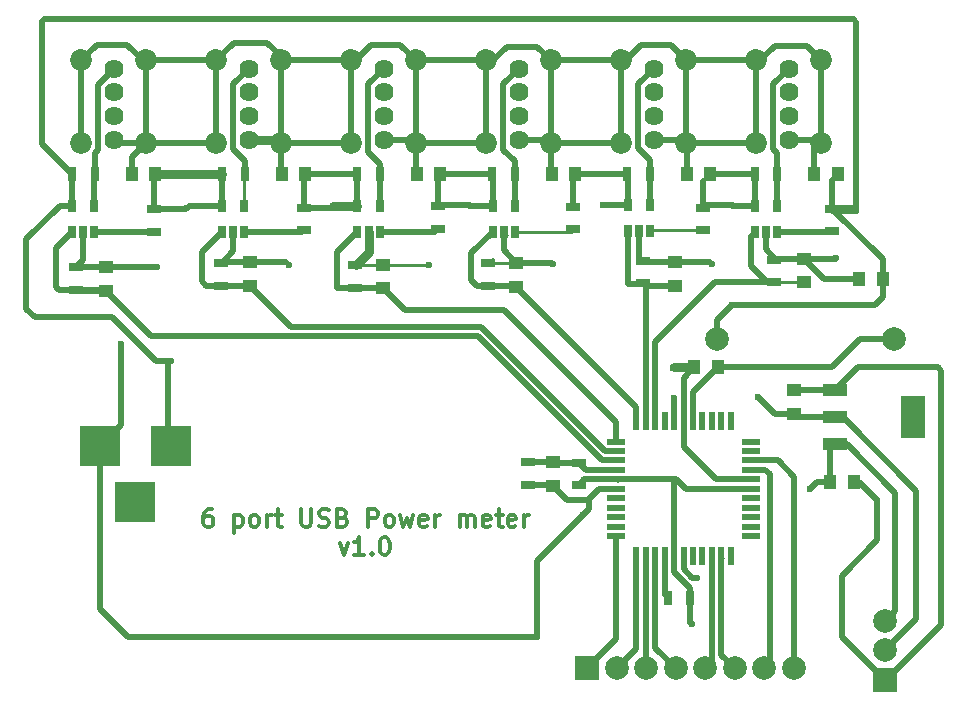
<source format=gbr>
%TF.GenerationSoftware,KiCad,Pcbnew,4.0.1-stable*%
%TF.CreationDate,2016-04-25T17:13:01+03:00*%
%TF.ProjectId,6xUSB_PowMet,36785553425F506F774D65742E6B6963,rev?*%
%TF.FileFunction,Copper,L1,Top,Signal*%
%FSLAX46Y46*%
G04 Gerber Fmt 4.6, Leading zero omitted, Abs format (unit mm)*
G04 Created by KiCad (PCBNEW 4.0.1-stable) date 25.04.2016 17:13:01*
%MOMM*%
G01*
G04 APERTURE LIST*
%ADD10C,0.100000*%
%ADD11C,0.300000*%
%ADD12C,1.620000*%
%ADD13C,1.850000*%
%ADD14R,1.000000X1.250000*%
%ADD15R,1.250000X1.000000*%
%ADD16R,0.550000X1.500000*%
%ADD17R,1.500000X0.550000*%
%ADD18C,1.998980*%
%ADD19R,1.300000X0.700000*%
%ADD20R,0.700000X1.300000*%
%ADD21R,2.032000X3.657600*%
%ADD22R,2.032000X1.016000*%
%ADD23R,0.650000X1.060000*%
%ADD24R,2.000000X2.000000*%
%ADD25C,2.000000*%
%ADD26R,3.500120X3.500120*%
%ADD27C,0.600000*%
%ADD28C,0.500000*%
%ADD29C,0.250000*%
%ADD30C,0.750000*%
G04 APERTURE END LIST*
D10*
D11*
X118875001Y-113253571D02*
X118589287Y-113253571D01*
X118446430Y-113325000D01*
X118375001Y-113396429D01*
X118232144Y-113610714D01*
X118160715Y-113896429D01*
X118160715Y-114467857D01*
X118232144Y-114610714D01*
X118303572Y-114682143D01*
X118446430Y-114753571D01*
X118732144Y-114753571D01*
X118875001Y-114682143D01*
X118946430Y-114610714D01*
X119017858Y-114467857D01*
X119017858Y-114110714D01*
X118946430Y-113967857D01*
X118875001Y-113896429D01*
X118732144Y-113825000D01*
X118446430Y-113825000D01*
X118303572Y-113896429D01*
X118232144Y-113967857D01*
X118160715Y-114110714D01*
X120803572Y-113753571D02*
X120803572Y-115253571D01*
X120803572Y-113825000D02*
X120946429Y-113753571D01*
X121232143Y-113753571D01*
X121375000Y-113825000D01*
X121446429Y-113896429D01*
X121517858Y-114039286D01*
X121517858Y-114467857D01*
X121446429Y-114610714D01*
X121375000Y-114682143D01*
X121232143Y-114753571D01*
X120946429Y-114753571D01*
X120803572Y-114682143D01*
X122375001Y-114753571D02*
X122232143Y-114682143D01*
X122160715Y-114610714D01*
X122089286Y-114467857D01*
X122089286Y-114039286D01*
X122160715Y-113896429D01*
X122232143Y-113825000D01*
X122375001Y-113753571D01*
X122589286Y-113753571D01*
X122732143Y-113825000D01*
X122803572Y-113896429D01*
X122875001Y-114039286D01*
X122875001Y-114467857D01*
X122803572Y-114610714D01*
X122732143Y-114682143D01*
X122589286Y-114753571D01*
X122375001Y-114753571D01*
X123517858Y-114753571D02*
X123517858Y-113753571D01*
X123517858Y-114039286D02*
X123589286Y-113896429D01*
X123660715Y-113825000D01*
X123803572Y-113753571D01*
X123946429Y-113753571D01*
X124232143Y-113753571D02*
X124803572Y-113753571D01*
X124446429Y-113253571D02*
X124446429Y-114539286D01*
X124517857Y-114682143D01*
X124660715Y-114753571D01*
X124803572Y-114753571D01*
X126446429Y-113253571D02*
X126446429Y-114467857D01*
X126517857Y-114610714D01*
X126589286Y-114682143D01*
X126732143Y-114753571D01*
X127017857Y-114753571D01*
X127160715Y-114682143D01*
X127232143Y-114610714D01*
X127303572Y-114467857D01*
X127303572Y-113253571D01*
X127946429Y-114682143D02*
X128160715Y-114753571D01*
X128517858Y-114753571D01*
X128660715Y-114682143D01*
X128732144Y-114610714D01*
X128803572Y-114467857D01*
X128803572Y-114325000D01*
X128732144Y-114182143D01*
X128660715Y-114110714D01*
X128517858Y-114039286D01*
X128232144Y-113967857D01*
X128089286Y-113896429D01*
X128017858Y-113825000D01*
X127946429Y-113682143D01*
X127946429Y-113539286D01*
X128017858Y-113396429D01*
X128089286Y-113325000D01*
X128232144Y-113253571D01*
X128589286Y-113253571D01*
X128803572Y-113325000D01*
X129946429Y-113967857D02*
X130160715Y-114039286D01*
X130232143Y-114110714D01*
X130303572Y-114253571D01*
X130303572Y-114467857D01*
X130232143Y-114610714D01*
X130160715Y-114682143D01*
X130017857Y-114753571D01*
X129446429Y-114753571D01*
X129446429Y-113253571D01*
X129946429Y-113253571D01*
X130089286Y-113325000D01*
X130160715Y-113396429D01*
X130232143Y-113539286D01*
X130232143Y-113682143D01*
X130160715Y-113825000D01*
X130089286Y-113896429D01*
X129946429Y-113967857D01*
X129446429Y-113967857D01*
X132089286Y-114753571D02*
X132089286Y-113253571D01*
X132660714Y-113253571D01*
X132803572Y-113325000D01*
X132875000Y-113396429D01*
X132946429Y-113539286D01*
X132946429Y-113753571D01*
X132875000Y-113896429D01*
X132803572Y-113967857D01*
X132660714Y-114039286D01*
X132089286Y-114039286D01*
X133803572Y-114753571D02*
X133660714Y-114682143D01*
X133589286Y-114610714D01*
X133517857Y-114467857D01*
X133517857Y-114039286D01*
X133589286Y-113896429D01*
X133660714Y-113825000D01*
X133803572Y-113753571D01*
X134017857Y-113753571D01*
X134160714Y-113825000D01*
X134232143Y-113896429D01*
X134303572Y-114039286D01*
X134303572Y-114467857D01*
X134232143Y-114610714D01*
X134160714Y-114682143D01*
X134017857Y-114753571D01*
X133803572Y-114753571D01*
X134803572Y-113753571D02*
X135089286Y-114753571D01*
X135375000Y-114039286D01*
X135660715Y-114753571D01*
X135946429Y-113753571D01*
X137089286Y-114682143D02*
X136946429Y-114753571D01*
X136660715Y-114753571D01*
X136517858Y-114682143D01*
X136446429Y-114539286D01*
X136446429Y-113967857D01*
X136517858Y-113825000D01*
X136660715Y-113753571D01*
X136946429Y-113753571D01*
X137089286Y-113825000D01*
X137160715Y-113967857D01*
X137160715Y-114110714D01*
X136446429Y-114253571D01*
X137803572Y-114753571D02*
X137803572Y-113753571D01*
X137803572Y-114039286D02*
X137875000Y-113896429D01*
X137946429Y-113825000D01*
X138089286Y-113753571D01*
X138232143Y-113753571D01*
X139875000Y-114753571D02*
X139875000Y-113753571D01*
X139875000Y-113896429D02*
X139946428Y-113825000D01*
X140089286Y-113753571D01*
X140303571Y-113753571D01*
X140446428Y-113825000D01*
X140517857Y-113967857D01*
X140517857Y-114753571D01*
X140517857Y-113967857D02*
X140589286Y-113825000D01*
X140732143Y-113753571D01*
X140946428Y-113753571D01*
X141089286Y-113825000D01*
X141160714Y-113967857D01*
X141160714Y-114753571D01*
X142446428Y-114682143D02*
X142303571Y-114753571D01*
X142017857Y-114753571D01*
X141875000Y-114682143D01*
X141803571Y-114539286D01*
X141803571Y-113967857D01*
X141875000Y-113825000D01*
X142017857Y-113753571D01*
X142303571Y-113753571D01*
X142446428Y-113825000D01*
X142517857Y-113967857D01*
X142517857Y-114110714D01*
X141803571Y-114253571D01*
X142946428Y-113753571D02*
X143517857Y-113753571D01*
X143160714Y-113253571D02*
X143160714Y-114539286D01*
X143232142Y-114682143D01*
X143375000Y-114753571D01*
X143517857Y-114753571D01*
X144589285Y-114682143D02*
X144446428Y-114753571D01*
X144160714Y-114753571D01*
X144017857Y-114682143D01*
X143946428Y-114539286D01*
X143946428Y-113967857D01*
X144017857Y-113825000D01*
X144160714Y-113753571D01*
X144446428Y-113753571D01*
X144589285Y-113825000D01*
X144660714Y-113967857D01*
X144660714Y-114110714D01*
X143946428Y-114253571D01*
X145303571Y-114753571D02*
X145303571Y-113753571D01*
X145303571Y-114039286D02*
X145374999Y-113896429D01*
X145446428Y-113825000D01*
X145589285Y-113753571D01*
X145732142Y-113753571D01*
X129732144Y-116153571D02*
X130089287Y-117153571D01*
X130446429Y-116153571D01*
X131803572Y-117153571D02*
X130946429Y-117153571D01*
X131375001Y-117153571D02*
X131375001Y-115653571D01*
X131232144Y-115867857D01*
X131089286Y-116010714D01*
X130946429Y-116082143D01*
X132446429Y-117010714D02*
X132517857Y-117082143D01*
X132446429Y-117153571D01*
X132375000Y-117082143D01*
X132446429Y-117010714D01*
X132446429Y-117153571D01*
X133446429Y-115653571D02*
X133589286Y-115653571D01*
X133732143Y-115725000D01*
X133803572Y-115796429D01*
X133875001Y-115939286D01*
X133946429Y-116225000D01*
X133946429Y-116582143D01*
X133875001Y-116867857D01*
X133803572Y-117010714D01*
X133732143Y-117082143D01*
X133589286Y-117153571D01*
X133446429Y-117153571D01*
X133303572Y-117082143D01*
X133232143Y-117010714D01*
X133160715Y-116867857D01*
X133089286Y-116582143D01*
X133089286Y-116225000D01*
X133160715Y-115939286D01*
X133232143Y-115796429D01*
X133303572Y-115725000D01*
X133446429Y-115653571D01*
D12*
X110560000Y-75975000D03*
X110560000Y-77975000D03*
X110560000Y-79975000D03*
D13*
X113280000Y-75245000D03*
D12*
X110560000Y-81975000D03*
D13*
X113280000Y-82245000D03*
X107840000Y-75245000D03*
X107840000Y-82245000D03*
D12*
X133420000Y-75975000D03*
X133420000Y-77975000D03*
X133420000Y-79975000D03*
D13*
X136140000Y-75245000D03*
D12*
X133420000Y-81975000D03*
D13*
X136140000Y-82245000D03*
X130700000Y-75245000D03*
X130700000Y-82245000D03*
D14*
X112100000Y-84865000D03*
X114100000Y-84865000D03*
D15*
X133400000Y-92550000D03*
X133400000Y-94550000D03*
X158075000Y-92325000D03*
X158075000Y-94325000D03*
X109950000Y-92775000D03*
X109950000Y-94775000D03*
D14*
X171225000Y-110925000D03*
X173225000Y-110925000D03*
D15*
X168200000Y-105175000D03*
X168200000Y-103175000D03*
X147775000Y-111300000D03*
X147775000Y-109300000D03*
D14*
X173695000Y-93755000D03*
X175695000Y-93755000D03*
X159750000Y-101200000D03*
X161750000Y-101200000D03*
X136230000Y-84865000D03*
X138230000Y-84865000D03*
X159090000Y-84865000D03*
X161090000Y-84865000D03*
D15*
X122100000Y-92325000D03*
X122100000Y-94325000D03*
X169050000Y-92050000D03*
X169050000Y-94050000D03*
X144675000Y-92425000D03*
X144675000Y-94425000D03*
D14*
X124800000Y-84865000D03*
X126800000Y-84865000D03*
X169885000Y-84865000D03*
X171885000Y-84865000D03*
X147660000Y-84865000D03*
X149660000Y-84865000D03*
D16*
X154820000Y-117235000D03*
X155620000Y-117235000D03*
X156420000Y-117235000D03*
X157220000Y-117235000D03*
X158020000Y-117235000D03*
X158820000Y-117235000D03*
X159620000Y-117235000D03*
X160420000Y-117235000D03*
X161220000Y-117235000D03*
X162020000Y-117235000D03*
X162820000Y-117235000D03*
D17*
X164520000Y-115535000D03*
X164520000Y-114735000D03*
X164520000Y-113935000D03*
X164520000Y-113135000D03*
X164520000Y-112335000D03*
X164520000Y-111535000D03*
X164520000Y-110735000D03*
X164520000Y-109935000D03*
X164520000Y-109135000D03*
X164520000Y-108335000D03*
X164520000Y-107535000D03*
D16*
X162820000Y-105835000D03*
X162020000Y-105835000D03*
X161220000Y-105835000D03*
X160420000Y-105835000D03*
X159620000Y-105835000D03*
X158820000Y-105835000D03*
X158020000Y-105835000D03*
X157220000Y-105835000D03*
X156420000Y-105835000D03*
X155620000Y-105835000D03*
X154820000Y-105835000D03*
D17*
X153120000Y-107535000D03*
X153120000Y-108335000D03*
X153120000Y-109135000D03*
X153120000Y-109935000D03*
X153120000Y-110735000D03*
X153120000Y-111535000D03*
X153120000Y-112335000D03*
X153120000Y-113135000D03*
X153120000Y-113935000D03*
X153120000Y-114735000D03*
X153120000Y-115535000D03*
D18*
X161650000Y-98825000D03*
X176650000Y-98825000D03*
D19*
X113950000Y-87875000D03*
X113950000Y-89775000D03*
D20*
X107070000Y-84865000D03*
X108970000Y-84865000D03*
D19*
X107375000Y-92800000D03*
X107375000Y-94700000D03*
X145625000Y-111200000D03*
X145625000Y-109300000D03*
X149930000Y-111215000D03*
X149930000Y-109315000D03*
D20*
X159375000Y-120750000D03*
X157475000Y-120750000D03*
D19*
X131000000Y-92625000D03*
X131000000Y-94525000D03*
X155350000Y-92250000D03*
X155350000Y-94150000D03*
X138050000Y-87625000D03*
X138050000Y-89525000D03*
X160500000Y-87725000D03*
X160500000Y-89625000D03*
D20*
X131200000Y-84865000D03*
X133100000Y-84865000D03*
X154060000Y-84865000D03*
X155960000Y-84865000D03*
D19*
X119700000Y-92425000D03*
X119700000Y-94325000D03*
X166500000Y-92150000D03*
X166500000Y-94050000D03*
X142250000Y-92425000D03*
X142250000Y-94325000D03*
X126650000Y-87725000D03*
X126650000Y-89625000D03*
X171400000Y-87825000D03*
X171400000Y-89725000D03*
D20*
X119770000Y-84865000D03*
X121670000Y-84865000D03*
D19*
X149500000Y-87675000D03*
X149500000Y-89575000D03*
D20*
X164855000Y-84865000D03*
X166755000Y-84865000D03*
X142630000Y-84865000D03*
X144530000Y-84865000D03*
D21*
X178227000Y-105475000D03*
D22*
X171623000Y-105475000D03*
X171623000Y-107761000D03*
X171623000Y-103189000D03*
D23*
X107050000Y-89775000D03*
X108000000Y-89775000D03*
X108950000Y-89775000D03*
X108950000Y-87575000D03*
X107050000Y-87575000D03*
X119750000Y-89775000D03*
X120700000Y-89775000D03*
X121650000Y-89775000D03*
X121650000Y-87575000D03*
X119750000Y-87575000D03*
X131200000Y-89775000D03*
X132150000Y-89775000D03*
X133100000Y-89775000D03*
X133100000Y-87575000D03*
X131200000Y-87575000D03*
X142650000Y-89775000D03*
X143600000Y-89775000D03*
X144550000Y-89775000D03*
X144550000Y-87575000D03*
X142650000Y-87575000D03*
X154100000Y-89675000D03*
X155050000Y-89675000D03*
X156000000Y-89675000D03*
X156000000Y-87475000D03*
X154100000Y-87475000D03*
X164850000Y-89775000D03*
X165800000Y-89775000D03*
X166750000Y-89775000D03*
X166750000Y-87575000D03*
X164850000Y-87575000D03*
D12*
X156280000Y-75975000D03*
X156280000Y-77975000D03*
X156280000Y-79975000D03*
D13*
X159000000Y-75245000D03*
D12*
X156280000Y-81975000D03*
D13*
X159000000Y-82245000D03*
X153560000Y-75245000D03*
X153560000Y-82245000D03*
D12*
X121990000Y-75975000D03*
X121990000Y-77975000D03*
X121990000Y-79975000D03*
D13*
X124710000Y-75245000D03*
D12*
X121990000Y-81975000D03*
D13*
X124710000Y-82245000D03*
X119270000Y-75245000D03*
X119270000Y-82245000D03*
D12*
X167710000Y-75975000D03*
X167710000Y-77975000D03*
X167710000Y-79975000D03*
D13*
X170430000Y-75245000D03*
D12*
X167710000Y-81975000D03*
D13*
X170430000Y-82245000D03*
X164990000Y-75245000D03*
X164990000Y-82245000D03*
D12*
X144850000Y-75975000D03*
X144850000Y-77975000D03*
X144850000Y-79975000D03*
D13*
X147570000Y-75245000D03*
D12*
X144850000Y-81975000D03*
D13*
X147570000Y-82245000D03*
X142130000Y-75245000D03*
X142130000Y-82245000D03*
D24*
X150650000Y-126750000D03*
D25*
X153163000Y-126750000D03*
X155663000Y-126750000D03*
X158163000Y-126750000D03*
X160663000Y-126750000D03*
X163163000Y-126750000D03*
X165663000Y-126750000D03*
X168163000Y-126750000D03*
D24*
X175900000Y-127750000D03*
D25*
X175900000Y-125210000D03*
X175900000Y-122710000D03*
D26*
X115400140Y-107950000D03*
X109400660Y-107950000D03*
X112400400Y-112649000D03*
D27*
X159975000Y-119075000D03*
X146400000Y-124050000D03*
X111175000Y-99275000D03*
X175225000Y-112475000D03*
X171750000Y-92025000D03*
X161250000Y-92475000D03*
X147775000Y-92525000D03*
X137275000Y-92575000D03*
X125425000Y-92625000D03*
X116525000Y-82225000D03*
X114275000Y-92750000D03*
X157900000Y-101300000D03*
X150275000Y-113775000D03*
X159500000Y-123025000D03*
X173450000Y-88025000D03*
X162925000Y-87550000D03*
X152025000Y-87475000D03*
X140625000Y-87500000D03*
X129000000Y-87725000D03*
X115425000Y-100750000D03*
X116800000Y-87750000D03*
X162925000Y-95975000D03*
X169550000Y-111525000D03*
X158050000Y-103825000D03*
X165150000Y-103800000D03*
D28*
X167710000Y-81975000D02*
X170160000Y-81975000D01*
X165330000Y-75245000D02*
X166525000Y-74050000D01*
X169235000Y-74050000D02*
X170430000Y-75245000D01*
X166525000Y-74050000D02*
X169235000Y-74050000D01*
X170430000Y-75245000D02*
X170430000Y-82245000D01*
X170377000Y-82198000D02*
X169869000Y-82706000D01*
X158730000Y-81975000D02*
X156280000Y-81975000D01*
X169885000Y-82250000D02*
X169885000Y-84865000D01*
X158820000Y-118345000D02*
X159550000Y-119075000D01*
X159550000Y-119075000D02*
X159975000Y-119075000D01*
X158820000Y-118345000D02*
X158820000Y-117235000D01*
X164520000Y-110735000D02*
X161560000Y-110735000D01*
X158820000Y-107995000D02*
X158820000Y-105835000D01*
X161560000Y-110735000D02*
X158820000Y-107995000D01*
D29*
X175900000Y-127750000D02*
X175950000Y-127750000D01*
D28*
X175950000Y-127750000D02*
X180650000Y-123050000D01*
X173562000Y-101250000D02*
X171623000Y-103189000D01*
X180325000Y-101250000D02*
X173562000Y-101250000D01*
X180650000Y-101575000D02*
X180325000Y-101250000D01*
X180650000Y-123050000D02*
X180650000Y-101575000D01*
X175225000Y-112475000D02*
X175225000Y-115900000D01*
X172225000Y-124075000D02*
X175900000Y-127750000D01*
X172225000Y-118900000D02*
X172225000Y-124075000D01*
X175225000Y-115900000D02*
X172225000Y-118900000D01*
X146400000Y-124050000D02*
X146400000Y-117650000D01*
X146400000Y-117650000D02*
X150275000Y-113775000D01*
X109400660Y-107950000D02*
X109400660Y-121675660D01*
X111775000Y-124050000D02*
X146400000Y-124050000D01*
X109400660Y-121675660D02*
X111775000Y-124050000D01*
X111175000Y-99275000D02*
X111175000Y-106175660D01*
X111175000Y-106175660D02*
X109375660Y-107975000D01*
X175225000Y-112475000D02*
X173675000Y-110925000D01*
D29*
X173675000Y-110925000D02*
X173225000Y-110925000D01*
D28*
X171725000Y-92050000D02*
X169050000Y-92050000D01*
D29*
X171750000Y-92025000D02*
X171725000Y-92050000D01*
D28*
X161100000Y-92325000D02*
X158075000Y-92325000D01*
D29*
X161250000Y-92475000D02*
X161100000Y-92325000D01*
D28*
X147675000Y-92425000D02*
X144675000Y-92425000D01*
D29*
X147775000Y-92525000D02*
X147675000Y-92425000D01*
X137250000Y-92550000D02*
X133400000Y-92550000D01*
X137275000Y-92575000D02*
X137250000Y-92550000D01*
D28*
X125125000Y-92325000D02*
X122100000Y-92325000D01*
D29*
X125425000Y-92625000D02*
X125125000Y-92325000D01*
X116525000Y-82225000D02*
X116525000Y-82245000D01*
X116525000Y-82245000D02*
X116525000Y-82225000D01*
X116525000Y-82225000D02*
X116525000Y-82245000D01*
D28*
X114250000Y-92775000D02*
X109950000Y-92775000D01*
D29*
X114275000Y-92750000D02*
X114250000Y-92775000D01*
D28*
X159090000Y-84865000D02*
X159090000Y-82335000D01*
D29*
X159090000Y-82335000D02*
X159180000Y-82245000D01*
D28*
X159180000Y-82245000D02*
X164990000Y-82245000D01*
X164990000Y-82245000D02*
X164990000Y-75245000D01*
X164990000Y-75245000D02*
X159000000Y-75245000D01*
X157755000Y-74000000D02*
X159000000Y-75245000D01*
X159000000Y-75245000D02*
X159000000Y-82245000D01*
X147570000Y-82245000D02*
X153560000Y-82245000D01*
X153560000Y-75245000D02*
X147570000Y-75245000D01*
X144850000Y-81975000D02*
X147300000Y-81975000D01*
D29*
X147300000Y-81975000D02*
X147570000Y-82245000D01*
D28*
X146425000Y-74100000D02*
X147570000Y-75245000D01*
X147570000Y-75245000D02*
X147570000Y-84775000D01*
D29*
X147570000Y-84775000D02*
X147660000Y-84865000D01*
D28*
X133420000Y-81975000D02*
X135870000Y-81975000D01*
D29*
X135870000Y-81975000D02*
X136140000Y-82245000D01*
D28*
X136140000Y-82245000D02*
X142130000Y-82245000D01*
X142130000Y-75245000D02*
X136140000Y-75245000D01*
X136140000Y-75245000D02*
X136140000Y-82245000D01*
D29*
X136140000Y-82245000D02*
X135870000Y-81975000D01*
X135870000Y-81975000D02*
X136140000Y-82245000D01*
D28*
X136140000Y-82245000D02*
X136140000Y-84775000D01*
D29*
X136140000Y-84775000D02*
X136230000Y-84865000D01*
X130700000Y-75245000D02*
X131055000Y-75245000D01*
D28*
X131055000Y-75245000D02*
X132375000Y-73925000D01*
X134820000Y-73925000D02*
X136140000Y-75245000D01*
X132375000Y-73925000D02*
X134820000Y-73925000D01*
X124710000Y-82245000D02*
X130700000Y-82245000D01*
X130700000Y-82245000D02*
X130700000Y-75245000D01*
X130700000Y-75245000D02*
X124710000Y-75245000D01*
X124710000Y-82245000D02*
X124710000Y-84775000D01*
D29*
X124710000Y-84775000D02*
X124800000Y-84865000D01*
D28*
X113280000Y-82245000D02*
X116525000Y-82245000D01*
X116525000Y-82245000D02*
X119270000Y-82245000D01*
X119270000Y-82245000D02*
X119270000Y-75245000D01*
X119270000Y-75245000D02*
X113280000Y-75245000D01*
D29*
X113280000Y-75245000D02*
X119270000Y-75245000D01*
D28*
X119270000Y-75245000D02*
X120750000Y-73765000D01*
X120750000Y-73765000D02*
X123585000Y-73765000D01*
X123585000Y-73765000D02*
X124710000Y-74890000D01*
X124710000Y-74890000D02*
X124710000Y-82245000D01*
D29*
X124710000Y-82245000D02*
X124440000Y-81975000D01*
D30*
X124440000Y-81975000D02*
X121990000Y-81975000D01*
D29*
X113280000Y-75245000D02*
X113020000Y-75245000D01*
D28*
X113020000Y-75245000D02*
X111725000Y-73950000D01*
X109135000Y-73950000D02*
X107840000Y-75245000D01*
X111725000Y-73950000D02*
X109135000Y-73950000D01*
X107840000Y-75245000D02*
X107840000Y-82245000D01*
X113280000Y-82245000D02*
X113280000Y-75245000D01*
X112100000Y-84865000D02*
X112100000Y-83425000D01*
X112100000Y-83425000D02*
X113280000Y-82245000D01*
X113280000Y-82245000D02*
X110830000Y-82245000D01*
D29*
X110830000Y-82245000D02*
X110560000Y-81975000D01*
X133400000Y-92550000D02*
X131075000Y-92550000D01*
D30*
X131075000Y-92550000D02*
X132150000Y-91475000D01*
X132150000Y-91475000D02*
X132150000Y-89775000D01*
D28*
X122100000Y-92325000D02*
X119800000Y-92325000D01*
X119800000Y-92325000D02*
X120700000Y-91425000D01*
X120700000Y-91425000D02*
X120700000Y-89775000D01*
X109950000Y-92775000D02*
X107400000Y-92775000D01*
X107400000Y-92775000D02*
X108000000Y-92175000D01*
X108000000Y-92175000D02*
X108000000Y-89775000D01*
X173695000Y-93755000D02*
X170755000Y-93755000D01*
X170755000Y-93755000D02*
X169050000Y-92050000D01*
X169050000Y-92050000D02*
X166600000Y-92050000D01*
X166600000Y-92050000D02*
X165800000Y-91250000D01*
X165800000Y-91250000D02*
X165800000Y-89775000D01*
D29*
X142250000Y-92425000D02*
X144675000Y-92425000D01*
D28*
X144675000Y-92425000D02*
X143600000Y-91350000D01*
X143600000Y-91350000D02*
X143600000Y-89775000D01*
X155050000Y-89675000D02*
X155050000Y-91950000D01*
D29*
X155050000Y-91950000D02*
X155425000Y-92325000D01*
D28*
X155425000Y-92325000D02*
X158075000Y-92325000D01*
X145625000Y-111200000D02*
X147675000Y-111200000D01*
X147675000Y-111200000D02*
X148925000Y-112450000D01*
X148925000Y-112450000D02*
X150825000Y-112450000D01*
D30*
X159750000Y-101200000D02*
X158000000Y-101200000D01*
D29*
X158000000Y-101200000D02*
X157900000Y-101300000D01*
D28*
X150825000Y-113225000D02*
X150825000Y-112450000D01*
X150275000Y-113775000D02*
X150825000Y-113225000D01*
D29*
X150825000Y-112450000D02*
X150825000Y-112375000D01*
D28*
X158820000Y-105835000D02*
X158820000Y-102130000D01*
X158820000Y-102130000D02*
X159750000Y-101200000D01*
X168200000Y-103175000D02*
X171609000Y-103175000D01*
X153120000Y-111535000D02*
X151665000Y-111535000D01*
X151665000Y-111535000D02*
X150825000Y-112375000D01*
D29*
X142250000Y-92425000D02*
X142437000Y-92358000D01*
X142437000Y-92358000D02*
X142691000Y-92104000D01*
X142250000Y-92425000D02*
X142310000Y-92485000D01*
X107840000Y-82245000D02*
X107893000Y-82198000D01*
X113280000Y-75245000D02*
X113227000Y-75213000D01*
X120720000Y-89818000D02*
X120700000Y-89775000D01*
X165805000Y-89818000D02*
X165800000Y-89775000D01*
X164520000Y-110735000D02*
X164535000Y-110773000D01*
X132150000Y-89775000D02*
X132150000Y-89818000D01*
X132150000Y-89818000D02*
X132404000Y-90072000D01*
X143600000Y-89775000D02*
X143580000Y-89818000D01*
X143580000Y-89818000D02*
X143834000Y-90072000D01*
X108020000Y-89818000D02*
X108000000Y-89775000D01*
X120700000Y-89775000D02*
X120720000Y-89818000D01*
X120720000Y-89818000D02*
X120466000Y-89564000D01*
X165800000Y-89775000D02*
X165805000Y-89818000D01*
X165805000Y-89818000D02*
X165551000Y-89564000D01*
X155010000Y-89691000D02*
X155050000Y-89675000D01*
X173679000Y-93755000D02*
X173695000Y-93755000D01*
X113227000Y-82198000D02*
X113280000Y-82245000D01*
X113280000Y-82245000D02*
X113227000Y-82198000D01*
X112084000Y-84865000D02*
X112100000Y-84865000D01*
X108000000Y-89775000D02*
X108020000Y-89818000D01*
X108020000Y-89818000D02*
X107766000Y-90072000D01*
X169869000Y-84865000D02*
X169885000Y-84865000D01*
X136140000Y-82245000D02*
X136087000Y-82198000D01*
X136087000Y-82198000D02*
X136214000Y-82325000D01*
X136214000Y-84865000D02*
X136230000Y-84865000D01*
X159074000Y-84865000D02*
X159090000Y-84865000D01*
X147570000Y-82245000D02*
X147517000Y-82198000D01*
X147517000Y-82198000D02*
X147644000Y-82325000D01*
X147644000Y-84865000D02*
X147660000Y-84865000D01*
X124710000Y-82245000D02*
X124657000Y-82198000D01*
X124657000Y-82198000D02*
X124784000Y-82325000D01*
X124784000Y-84865000D02*
X124800000Y-84865000D01*
X109950000Y-92775000D02*
X109925000Y-92739000D01*
X109925000Y-92739000D02*
X109950000Y-92775000D01*
X107375000Y-92800000D02*
X107385000Y-92739000D01*
X107375000Y-92800000D02*
X107385000Y-92739000D01*
X122117000Y-92358000D02*
X122100000Y-92325000D01*
X122100000Y-92325000D02*
X122117000Y-92358000D01*
X119831000Y-92358000D02*
X119704000Y-92485000D01*
X119704000Y-92485000D02*
X119700000Y-92425000D01*
X119700000Y-92425000D02*
X119704000Y-92485000D01*
X131000000Y-92625000D02*
X131007000Y-92612000D01*
X131007000Y-92612000D02*
X131261000Y-92358000D01*
X131000000Y-92625000D02*
X131007000Y-92612000D01*
X133293000Y-92612000D02*
X133420000Y-92485000D01*
X133420000Y-92485000D02*
X133400000Y-92525000D01*
X144700000Y-92425000D02*
X144723000Y-92485000D01*
X144723000Y-92485000D02*
X144342000Y-92485000D01*
X144723000Y-92485000D02*
X144700000Y-92425000D01*
D28*
X155200000Y-74000000D02*
X157755000Y-74000000D01*
X153560000Y-82245000D02*
X153560000Y-75245000D01*
X143850000Y-74100000D02*
X146425000Y-74100000D01*
X142130000Y-82245000D02*
X142130000Y-75245000D01*
D29*
X142130000Y-75245000D02*
X142705000Y-75245000D01*
D28*
X142705000Y-75245000D02*
X143850000Y-74100000D01*
D29*
X153560000Y-75245000D02*
X153955000Y-75245000D01*
D28*
X153955000Y-75245000D02*
X155200000Y-74000000D01*
X133400000Y-94550000D02*
X131025000Y-94550000D01*
X131025000Y-94550000D02*
X129500000Y-94550000D01*
D29*
X129500000Y-94550000D02*
X129450000Y-94500000D01*
D28*
X129450000Y-94500000D02*
X129450000Y-91525000D01*
X129450000Y-91525000D02*
X131200000Y-89775000D01*
X153120000Y-107535000D02*
X153120000Y-105895000D01*
X135250000Y-96400000D02*
X133375000Y-94525000D01*
X143625000Y-96400000D02*
X135250000Y-96400000D01*
X153120000Y-105895000D02*
X143625000Y-96400000D01*
D29*
X133420000Y-94517000D02*
X133400000Y-94525000D01*
X131007000Y-94517000D02*
X131000000Y-94525000D01*
X131000000Y-94525000D02*
X131007000Y-94517000D01*
X131261000Y-89818000D02*
X131200000Y-89775000D01*
D28*
X158075000Y-94325000D02*
X155525000Y-94325000D01*
D29*
X155525000Y-94325000D02*
X155375000Y-94175000D01*
D28*
X155375000Y-94175000D02*
X154150000Y-94175000D01*
D29*
X154150000Y-94175000D02*
X154100000Y-94125000D01*
D28*
X154100000Y-94125000D02*
X154100000Y-89675000D01*
X155620000Y-105835000D02*
X155620000Y-94420000D01*
D29*
X155620000Y-94420000D02*
X155350000Y-94150000D01*
X155620000Y-105835000D02*
X155645000Y-105820000D01*
X155645000Y-105820000D02*
X155518000Y-105693000D01*
X154121000Y-89691000D02*
X154100000Y-89675000D01*
D28*
X109950000Y-94775000D02*
X107450000Y-94775000D01*
D29*
X107450000Y-94775000D02*
X107375000Y-94700000D01*
D28*
X153120000Y-109135000D02*
X151960000Y-109135000D01*
X113775000Y-98600000D02*
X109875000Y-94700000D01*
X141425000Y-98600000D02*
X113775000Y-98600000D01*
X151960000Y-109135000D02*
X141425000Y-98600000D01*
X109875000Y-94700000D02*
X105950000Y-94700000D01*
X105700000Y-91125000D02*
X107050000Y-89775000D01*
X105700000Y-94450000D02*
X105700000Y-91125000D01*
X105950000Y-94700000D02*
X105700000Y-94450000D01*
D29*
X107385000Y-94517000D02*
X107385000Y-94644000D01*
X107385000Y-94644000D02*
X107375000Y-94700000D01*
X107375000Y-94700000D02*
X107385000Y-94644000D01*
X109798000Y-94644000D02*
X109925000Y-94771000D01*
X109925000Y-94771000D02*
X109950000Y-94775000D01*
X152978000Y-108995000D02*
X153105000Y-109122000D01*
X153105000Y-109122000D02*
X153120000Y-109135000D01*
X107004000Y-89818000D02*
X107050000Y-89775000D01*
D28*
X147775000Y-109300000D02*
X145625000Y-109300000D01*
X147340000Y-109315000D02*
X149930000Y-109315000D01*
X153120000Y-109935000D02*
X150550000Y-109935000D01*
X150550000Y-109935000D02*
X149930000Y-109315000D01*
D29*
X153120000Y-109935000D02*
X153105000Y-109884000D01*
X149930000Y-109376000D02*
X149930000Y-109315000D01*
X149930000Y-109315000D02*
X149930000Y-109376000D01*
D28*
X161750000Y-101200000D02*
X171400000Y-101200000D01*
X173775000Y-98825000D02*
X176650000Y-98825000D01*
X171400000Y-101200000D02*
X173775000Y-98825000D01*
X159620000Y-105835000D02*
X159620000Y-103330000D01*
X159620000Y-103330000D02*
X161750000Y-101200000D01*
D29*
X159582000Y-105820000D02*
X159620000Y-105835000D01*
D28*
X122100000Y-94325000D02*
X119700000Y-94325000D01*
X153120000Y-108335000D02*
X152210000Y-108335000D01*
X125575000Y-97800000D02*
X122100000Y-94325000D01*
X141675000Y-97800000D02*
X125575000Y-97800000D01*
X152210000Y-108335000D02*
X141675000Y-97800000D01*
X122100000Y-94325000D02*
X118425000Y-94325000D01*
X118025000Y-91500000D02*
X119750000Y-89775000D01*
X118025000Y-93925000D02*
X118025000Y-91500000D01*
X118425000Y-94325000D02*
X118025000Y-93925000D01*
D29*
X119704000Y-94136000D02*
X119704000Y-94263000D01*
X119704000Y-94263000D02*
X119700000Y-94325000D01*
X119700000Y-94325000D02*
X119704000Y-94263000D01*
X122117000Y-94263000D02*
X122100000Y-94325000D01*
X153120000Y-108335000D02*
X153105000Y-108360000D01*
X119704000Y-89818000D02*
X119750000Y-89775000D01*
X166500000Y-94050000D02*
X165850000Y-94050000D01*
D28*
X165850000Y-94050000D02*
X164500000Y-92700000D01*
D29*
X164500000Y-90125000D02*
X164850000Y-89775000D01*
D28*
X164500000Y-92700000D02*
X164500000Y-90125000D01*
D29*
X166500000Y-94050000D02*
X169050000Y-94050000D01*
D28*
X156420000Y-105835000D02*
X156420000Y-99130000D01*
X161500000Y-94050000D02*
X166500000Y-94050000D01*
X156420000Y-99130000D02*
X161500000Y-94050000D01*
D29*
X156407000Y-105820000D02*
X156420000Y-105835000D01*
X164850000Y-89775000D02*
X164789000Y-89818000D01*
X144675000Y-94425000D02*
X142350000Y-94425000D01*
X142350000Y-94425000D02*
X142250000Y-94325000D01*
D28*
X154820000Y-105835000D02*
X154820000Y-104570000D01*
X154820000Y-104570000D02*
X144575000Y-94325000D01*
X144575000Y-94325000D02*
X141325000Y-94325000D01*
X140825000Y-91600000D02*
X142650000Y-89775000D01*
X140825000Y-93825000D02*
X140825000Y-91600000D01*
X141325000Y-94325000D02*
X140825000Y-93825000D01*
D29*
X144723000Y-94390000D02*
X144700000Y-94425000D01*
X144700000Y-94425000D02*
X144723000Y-94390000D01*
X142437000Y-94390000D02*
X142310000Y-94263000D01*
X142310000Y-94263000D02*
X142250000Y-94325000D01*
X154883000Y-105820000D02*
X154820000Y-105835000D01*
X142691000Y-89818000D02*
X142650000Y-89775000D01*
D28*
X157220000Y-117235000D02*
X157220000Y-120495000D01*
D29*
X157220000Y-120495000D02*
X157475000Y-120750000D01*
X157220000Y-117235000D02*
X157169000Y-117250000D01*
X157169000Y-117250000D02*
X157042000Y-117377000D01*
D28*
X108950000Y-89775000D02*
X113950000Y-89775000D01*
D29*
X108950000Y-89775000D02*
X108909000Y-89818000D01*
X108909000Y-89818000D02*
X109036000Y-89818000D01*
X113989000Y-89818000D02*
X113950000Y-89775000D01*
D28*
X133100000Y-89775000D02*
X137800000Y-89775000D01*
D29*
X137800000Y-89775000D02*
X138050000Y-89525000D01*
X133100000Y-89775000D02*
X133039000Y-89818000D01*
X133039000Y-89818000D02*
X133420000Y-89818000D01*
X137992000Y-89564000D02*
X138050000Y-89525000D01*
X160500000Y-89625000D02*
X156050000Y-89625000D01*
X156050000Y-89625000D02*
X156000000Y-89675000D01*
X160500000Y-89625000D02*
X160471000Y-89564000D01*
X156153000Y-89564000D02*
X156026000Y-89691000D01*
X156026000Y-89691000D02*
X156000000Y-89675000D01*
D28*
X121650000Y-89775000D02*
X126500000Y-89775000D01*
D29*
X126500000Y-89775000D02*
X126650000Y-89625000D01*
X121650000Y-89775000D02*
X121609000Y-89818000D01*
X126689000Y-89564000D02*
X126650000Y-89625000D01*
D28*
X166750000Y-89775000D02*
X171350000Y-89775000D01*
D29*
X171350000Y-89775000D02*
X171400000Y-89725000D01*
X166750000Y-89775000D02*
X166694000Y-89818000D01*
X171266000Y-89818000D02*
X171393000Y-89691000D01*
X171393000Y-89691000D02*
X171400000Y-89725000D01*
X144550000Y-89775000D02*
X149300000Y-89775000D01*
X149300000Y-89775000D02*
X149500000Y-89575000D01*
X149500000Y-89575000D02*
X149549000Y-89564000D01*
X144596000Y-89818000D02*
X144550000Y-89775000D01*
D28*
X173450000Y-88025000D02*
X173450000Y-72025000D01*
X104525000Y-82320000D02*
X107070000Y-84865000D01*
X104525000Y-71925000D02*
X104525000Y-82320000D01*
D29*
X104650000Y-71800000D02*
X104525000Y-71925000D01*
D28*
X173225000Y-71800000D02*
X104650000Y-71800000D01*
D29*
X173450000Y-72025000D02*
X173225000Y-71800000D01*
D28*
X158020000Y-117235000D02*
X158020000Y-118620000D01*
X159375000Y-119975000D02*
X159375000Y-120750000D01*
X158020000Y-118620000D02*
X159375000Y-119975000D01*
X158020000Y-117235000D02*
X158020000Y-110905000D01*
X158020000Y-110905000D02*
X158190000Y-110735000D01*
X164520000Y-111535000D02*
X158990000Y-111535000D01*
X158990000Y-111535000D02*
X158190000Y-110735000D01*
D29*
X171623000Y-107761000D02*
X172636000Y-107761000D01*
D28*
X172636000Y-107761000D02*
X176750000Y-111875000D01*
X176750000Y-121860000D02*
X175900000Y-122710000D01*
X176750000Y-111875000D02*
X176750000Y-121860000D01*
X115425000Y-100750000D02*
X114175000Y-100750000D01*
X106000000Y-87575000D02*
X107050000Y-87575000D01*
X103150000Y-90425000D02*
X106000000Y-87575000D01*
X103150000Y-96275000D02*
X103150000Y-90425000D01*
X103875000Y-97000000D02*
X103150000Y-96275000D01*
X110425000Y-97000000D02*
X103875000Y-97000000D01*
X114175000Y-100750000D02*
X110425000Y-97000000D01*
D29*
X159500000Y-123025000D02*
X159375000Y-122900000D01*
D28*
X159375000Y-122900000D02*
X159375000Y-120750000D01*
X162925000Y-87550000D02*
X160675000Y-87550000D01*
D29*
X160675000Y-87550000D02*
X160500000Y-87725000D01*
D28*
X140625000Y-87500000D02*
X138175000Y-87500000D01*
D29*
X138175000Y-87500000D02*
X138050000Y-87625000D01*
D28*
X129000000Y-87725000D02*
X126650000Y-87725000D01*
D30*
X173250000Y-87825000D02*
X171400000Y-87825000D01*
D28*
X173450000Y-88025000D02*
X173250000Y-87825000D01*
X162950000Y-87575000D02*
X164850000Y-87575000D01*
D29*
X162925000Y-87550000D02*
X162950000Y-87575000D01*
D28*
X152025000Y-87475000D02*
X154100000Y-87475000D01*
X140700000Y-87575000D02*
X142650000Y-87575000D01*
D29*
X140625000Y-87500000D02*
X140700000Y-87575000D01*
D30*
X129150000Y-87575000D02*
X131200000Y-87575000D01*
D29*
X129000000Y-87725000D02*
X129150000Y-87575000D01*
D28*
X119750000Y-87575000D02*
X116975000Y-87575000D01*
D29*
X116975000Y-87575000D02*
X116800000Y-87750000D01*
D28*
X115200140Y-108350000D02*
X115200140Y-100974860D01*
D29*
X115200140Y-100974860D02*
X115425000Y-100750000D01*
D28*
X116675000Y-87875000D02*
X113950000Y-87875000D01*
D29*
X116800000Y-87750000D02*
X116675000Y-87875000D01*
D28*
X138230000Y-84865000D02*
X142630000Y-84865000D01*
D30*
X114100000Y-84865000D02*
X119770000Y-84865000D01*
D28*
X126800000Y-84865000D02*
X131200000Y-84865000D01*
X149660000Y-84865000D02*
X154060000Y-84865000D01*
X161090000Y-84865000D02*
X164855000Y-84865000D01*
X162925000Y-95975000D02*
X175050000Y-95975000D01*
X175695000Y-95330000D02*
X175695000Y-93755000D01*
X175050000Y-95975000D02*
X175695000Y-95330000D01*
X175695000Y-93755000D02*
X175695000Y-92120000D01*
X175695000Y-92120000D02*
X171400000Y-87825000D01*
X171400000Y-87825000D02*
X171400000Y-85350000D01*
D29*
X171400000Y-85350000D02*
X171885000Y-84865000D01*
D28*
X154100000Y-87475000D02*
X154100000Y-84905000D01*
D29*
X154100000Y-84905000D02*
X154060000Y-84865000D01*
D28*
X160500000Y-87725000D02*
X160500000Y-85455000D01*
D29*
X160500000Y-85455000D02*
X161090000Y-84865000D01*
D28*
X164850000Y-87575000D02*
X164850000Y-84870000D01*
D29*
X164850000Y-84870000D02*
X164855000Y-84865000D01*
D28*
X149500000Y-87675000D02*
X149500000Y-85025000D01*
D29*
X149500000Y-85025000D02*
X149660000Y-84865000D01*
D28*
X142650000Y-87575000D02*
X142650000Y-84885000D01*
D29*
X142650000Y-84885000D02*
X142630000Y-84865000D01*
D28*
X138050000Y-87625000D02*
X138050000Y-85045000D01*
D29*
X138050000Y-85045000D02*
X138230000Y-84865000D01*
D28*
X131200000Y-87575000D02*
X131200000Y-84865000D01*
X126650000Y-87725000D02*
X126650000Y-85015000D01*
D29*
X126650000Y-85015000D02*
X126800000Y-84865000D01*
D28*
X119750000Y-87575000D02*
X119750000Y-84885000D01*
D29*
X119750000Y-84885000D02*
X119770000Y-84865000D01*
D28*
X113950000Y-87875000D02*
X113950000Y-85015000D01*
D29*
X113950000Y-85015000D02*
X114100000Y-84865000D01*
D28*
X107050000Y-87575000D02*
X107050000Y-84885000D01*
D29*
X107050000Y-84885000D02*
X107070000Y-84865000D01*
X107131000Y-84865000D02*
X107070000Y-84865000D01*
X107131000Y-84865000D02*
X107004000Y-84992000D01*
X107070000Y-84865000D02*
X107131000Y-84865000D01*
D28*
X161650000Y-98825000D02*
X161650000Y-97250000D01*
X161650000Y-97250000D02*
X162925000Y-95975000D01*
X171225000Y-110925000D02*
X170150000Y-110925000D01*
X170150000Y-110925000D02*
X169550000Y-111525000D01*
X171225000Y-110925000D02*
X171225000Y-108159000D01*
D29*
X171225000Y-108159000D02*
X171623000Y-107761000D01*
D28*
X153120000Y-110735000D02*
X158190000Y-110735000D01*
X153120000Y-110735000D02*
X150410000Y-110735000D01*
X150410000Y-110735000D02*
X149930000Y-111215000D01*
D29*
X158020000Y-117235000D02*
X158058000Y-117250000D01*
X158058000Y-117250000D02*
X157931000Y-117123000D01*
X153232000Y-110900000D02*
X153105000Y-110773000D01*
X153105000Y-110773000D02*
X153120000Y-110735000D01*
X171400000Y-87825000D02*
X171393000Y-87786000D01*
X175711000Y-93755000D02*
X175695000Y-93755000D01*
X161650000Y-98825000D02*
X161614000Y-98835000D01*
X164408000Y-111408000D02*
X164535000Y-111535000D01*
X164535000Y-111535000D02*
X164520000Y-111535000D01*
X175695000Y-93755000D02*
X175711000Y-93755000D01*
X160500000Y-87725000D02*
X160471000Y-87786000D01*
X161614000Y-98835000D02*
X161650000Y-98825000D01*
X164850000Y-87575000D02*
X164789000Y-87532000D01*
X164789000Y-87532000D02*
X165043000Y-87532000D01*
X171393000Y-87786000D02*
X171400000Y-87825000D01*
X149500000Y-87675000D02*
X149549000Y-87659000D01*
X142691000Y-87532000D02*
X142650000Y-87575000D01*
X138050000Y-87625000D02*
X137992000Y-87659000D01*
X131261000Y-87532000D02*
X131200000Y-87575000D01*
X160500000Y-87725000D02*
X160471000Y-87786000D01*
X154121000Y-87532000D02*
X154100000Y-87475000D01*
X114100000Y-84865000D02*
X113989000Y-84865000D01*
X126800000Y-84865000D02*
X126689000Y-84865000D01*
X119831000Y-84865000D02*
X119770000Y-84865000D01*
X158020000Y-117235000D02*
X158058000Y-117250000D01*
X158058000Y-117250000D02*
X157931000Y-117377000D01*
X161090000Y-84865000D02*
X161106000Y-84865000D01*
X160471000Y-87786000D02*
X160500000Y-87725000D01*
X171400000Y-87825000D02*
X171393000Y-87786000D01*
X171901000Y-84865000D02*
X171885000Y-84865000D01*
X153120000Y-110735000D02*
X153105000Y-110773000D01*
X149930000Y-111154000D02*
X149930000Y-111215000D01*
X138230000Y-84865000D02*
X138246000Y-84865000D01*
X138246000Y-84865000D02*
X137992000Y-85119000D01*
X137992000Y-87659000D02*
X138050000Y-87625000D01*
X114100000Y-84865000D02*
X114116000Y-84865000D01*
X114116000Y-84865000D02*
X113989000Y-84992000D01*
X113989000Y-87913000D02*
X113950000Y-87875000D01*
X126800000Y-84865000D02*
X126816000Y-84865000D01*
X126816000Y-84865000D02*
X126689000Y-84992000D01*
X126689000Y-87786000D02*
X126650000Y-87725000D01*
X149660000Y-84865000D02*
X149676000Y-84865000D01*
X149676000Y-84865000D02*
X149549000Y-84992000D01*
X149549000Y-87659000D02*
X149500000Y-87675000D01*
X119770000Y-84865000D02*
X119831000Y-84865000D01*
X119831000Y-84865000D02*
X119704000Y-84992000D01*
X119704000Y-87532000D02*
X119750000Y-87575000D01*
X164850000Y-87575000D02*
X164789000Y-87532000D01*
X164789000Y-87532000D02*
X164916000Y-87405000D01*
X164916000Y-84865000D02*
X164855000Y-84865000D01*
X107004000Y-87532000D02*
X107050000Y-87575000D01*
X154100000Y-87475000D02*
X154121000Y-87532000D01*
X154121000Y-84865000D02*
X154060000Y-84865000D01*
X131200000Y-87575000D02*
X131261000Y-87532000D01*
X131261000Y-84865000D02*
X131200000Y-84865000D01*
X142650000Y-87575000D02*
X142691000Y-87532000D01*
X142691000Y-84865000D02*
X142630000Y-84865000D01*
X171623000Y-105475000D02*
X172300000Y-105475000D01*
D28*
X172300000Y-105475000D02*
X178525000Y-111700000D01*
X178525000Y-122585000D02*
X175900000Y-125210000D01*
X178525000Y-111700000D02*
X178525000Y-122585000D01*
X168200000Y-105175000D02*
X166525000Y-105175000D01*
X158020000Y-103855000D02*
X158020000Y-105835000D01*
D29*
X158050000Y-103825000D02*
X158020000Y-103855000D01*
D28*
X166525000Y-105175000D02*
X165150000Y-103800000D01*
X171623000Y-105475000D02*
X168500000Y-105475000D01*
D29*
X168500000Y-105475000D02*
X168200000Y-105175000D01*
X158020000Y-105835000D02*
X158058000Y-105820000D01*
D28*
X154820000Y-117235000D02*
X154820000Y-125093000D01*
X154820000Y-125093000D02*
X153163000Y-126750000D01*
D29*
X154883000Y-117250000D02*
X154820000Y-117235000D01*
D28*
X155620000Y-117235000D02*
X155620000Y-126707000D01*
D29*
X155620000Y-126707000D02*
X155663000Y-126750000D01*
X155620000Y-117235000D02*
X155645000Y-117250000D01*
X155645000Y-117250000D02*
X155518000Y-117377000D01*
D28*
X156420000Y-117235000D02*
X156420000Y-125007000D01*
X156420000Y-125007000D02*
X158163000Y-126750000D01*
D29*
X156407000Y-117250000D02*
X156420000Y-117235000D01*
D28*
X161220000Y-117235000D02*
X161220000Y-126193000D01*
D29*
X161220000Y-126193000D02*
X160663000Y-126750000D01*
X161233000Y-117250000D02*
X161220000Y-117235000D01*
D28*
X162020000Y-117235000D02*
X162020000Y-125607000D01*
X162020000Y-125607000D02*
X163163000Y-126750000D01*
D29*
X162020000Y-117235000D02*
X161995000Y-117250000D01*
X161995000Y-117250000D02*
X162122000Y-117377000D01*
X163078000Y-126690000D02*
X163018000Y-126690000D01*
D28*
X164520000Y-109935000D02*
X165735000Y-109935000D01*
X166125000Y-110325000D02*
X166125000Y-126288000D01*
X165735000Y-109935000D02*
X166125000Y-110325000D01*
D29*
X166125000Y-126288000D02*
X165663000Y-126750000D01*
X164520000Y-109935000D02*
X164535000Y-109884000D01*
X165591000Y-126690000D02*
X165618000Y-126690000D01*
D28*
X164520000Y-109135000D02*
X166785000Y-109135000D01*
X168163000Y-110513000D02*
X168163000Y-126750000D01*
X166785000Y-109135000D02*
X168163000Y-110513000D01*
D29*
X164520000Y-109135000D02*
X164535000Y-109122000D01*
X168006000Y-127390000D02*
X167993000Y-127390000D01*
D28*
X153120000Y-115535000D02*
X153120000Y-124280000D01*
X153120000Y-124280000D02*
X150650000Y-126750000D01*
D29*
X153120000Y-115535000D02*
X153105000Y-115472000D01*
D28*
X108950000Y-87575000D02*
X108950000Y-84885000D01*
D29*
X108950000Y-87575000D02*
X108909000Y-87532000D01*
D28*
X108970000Y-84865000D02*
X108970000Y-83105000D01*
X108970000Y-83105000D02*
X109225000Y-82850000D01*
D29*
X108950000Y-84885000D02*
X108970000Y-84865000D01*
X108970000Y-84865000D02*
X109036000Y-84865000D01*
X108909000Y-84865000D02*
X108970000Y-84865000D01*
D28*
X109225000Y-82850000D02*
X109225000Y-77310000D01*
D29*
X121650000Y-87575000D02*
X121650000Y-84885000D01*
X121650000Y-84885000D02*
X121670000Y-84865000D01*
D28*
X121670000Y-84865000D02*
X121670000Y-83745000D01*
X121670000Y-83745000D02*
X120700000Y-82775000D01*
D29*
X121670000Y-84865000D02*
X121736000Y-84865000D01*
X121670000Y-84865000D02*
X121609000Y-84865000D01*
X121609000Y-87532000D02*
X121650000Y-87575000D01*
D28*
X120700000Y-82775000D02*
X120700000Y-77265000D01*
X144530000Y-84865000D02*
X144530000Y-83805000D01*
X144530000Y-83805000D02*
X143550000Y-82825000D01*
X144550000Y-87575000D02*
X144550000Y-84885000D01*
D29*
X144550000Y-84885000D02*
X144530000Y-84865000D01*
X144469000Y-84865000D02*
X144530000Y-84865000D01*
X144530000Y-84865000D02*
X144469000Y-84865000D01*
X144469000Y-84865000D02*
X144596000Y-84992000D01*
X144596000Y-87532000D02*
X144550000Y-87575000D01*
D28*
X143550000Y-82825000D02*
X143550000Y-77275000D01*
X133100000Y-84865000D02*
X133100000Y-84025000D01*
X133100000Y-84025000D02*
X132100000Y-83025000D01*
X133100000Y-87575000D02*
X133100000Y-84865000D01*
D29*
X133100000Y-84865000D02*
X133039000Y-84865000D01*
X133100000Y-87575000D02*
X133039000Y-87532000D01*
X133039000Y-84865000D02*
X133100000Y-84865000D01*
D28*
X132100000Y-83025000D02*
X132100000Y-77295000D01*
X156000000Y-87475000D02*
X156000000Y-84905000D01*
D29*
X156000000Y-84905000D02*
X155960000Y-84865000D01*
D28*
X155960000Y-84865000D02*
X155960000Y-83685000D01*
X155960000Y-83685000D02*
X154950000Y-82675000D01*
D29*
X155960000Y-84865000D02*
X155899000Y-84865000D01*
X156000000Y-87475000D02*
X156026000Y-87532000D01*
X156026000Y-87532000D02*
X155899000Y-87405000D01*
X155899000Y-84865000D02*
X155960000Y-84865000D01*
D28*
X154950000Y-82675000D02*
X154950000Y-77305000D01*
X166755000Y-84865000D02*
X166755000Y-83105000D01*
X166755000Y-83105000D02*
X166400000Y-82750000D01*
X166750000Y-87575000D02*
X166750000Y-84870000D01*
D29*
X166750000Y-84870000D02*
X166755000Y-84865000D01*
X166755000Y-84865000D02*
X166694000Y-84865000D01*
X166694000Y-84865000D02*
X166567000Y-84738000D01*
X166750000Y-87575000D02*
X166694000Y-87532000D01*
X166694000Y-84865000D02*
X166755000Y-84865000D01*
D28*
X166400000Y-82750000D02*
X166400000Y-77285000D01*
X109225000Y-77310000D02*
X110560000Y-75975000D01*
D29*
X110560000Y-76229000D02*
X110560000Y-75975000D01*
D28*
X120700000Y-77265000D02*
X121990000Y-75975000D01*
D29*
X121990000Y-76229000D02*
X121990000Y-75975000D01*
D28*
X143550000Y-77275000D02*
X144850000Y-75975000D01*
X132100000Y-77295000D02*
X133420000Y-75975000D01*
D29*
X133420000Y-76229000D02*
X133420000Y-75975000D01*
D28*
X154950000Y-77305000D02*
X156280000Y-75975000D01*
D29*
X156280000Y-76229000D02*
X156280000Y-75975000D01*
D28*
X166400000Y-77285000D02*
X167710000Y-75975000D01*
D29*
X167710000Y-76229000D02*
X167710000Y-75975000D01*
M02*

</source>
